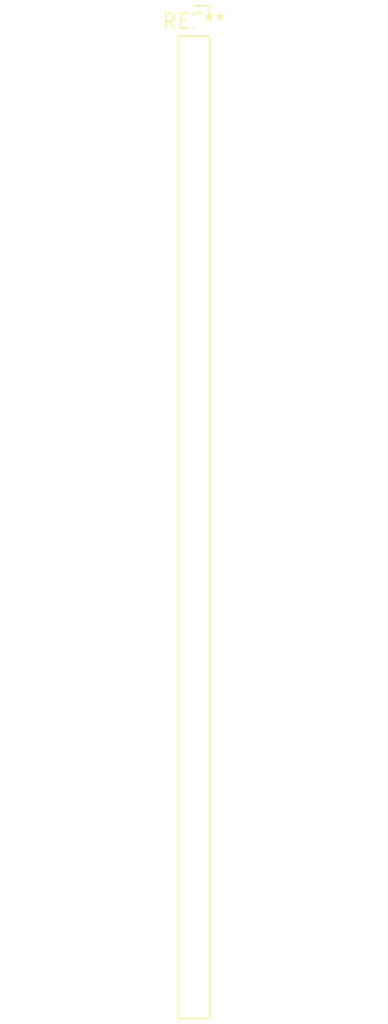
<source format=kicad_pcb>
(kicad_pcb (version 20240108) (generator pcbnew)
  (layers (0 "F.Cu" signal) (31 "B.Cu" signal) (34 "B.Paste" user) (35 "F.Paste" user) (36 "B.SilkS" user "B.Silkscreen") (37 "F.SilkS" user "F.Silkscreen") (38 "B.Mask" user) (39 "F.Mask" user) (44 "Edge.Cuts" user))
  (net 0 "")
  (footprint "PinSocket_1x34_P2.54mm_Vertical" (layer "F.Cu") (at 0 0)
    (property "Reference" "REF**")
    (property "Value" "PinSocket_1x34_P2.54mm_Vertical")
    (fp_line (start -1.33 1.27) (end -1.33 85.15) (layer "F.SilkS") (stroke (width 0.12)))
    (fp_line (start -1.33 1.27) (end 1.33 1.27) (layer "F.SilkS") (stroke (width 0.12)))
    (fp_line (start -1.33 85.15) (end 1.33 85.15) (layer "F.SilkS") (stroke (width 0.12)))
    (fp_line (start 0 -1.33) (end 1.33 -1.33) (layer "F.SilkS") (stroke (width 0.12)))
    (fp_line (start 1.33 -1.33) (end 1.33 0) (layer "F.SilkS") (stroke (width 0.12)))
    (fp_line (start 1.33 1.27) (end 1.33 85.15) (layer "F.SilkS") (stroke (width 0.12)))
    (pad "1" thru_hole rect (at 0 0) (size 1.7 1.7) (drill 1) (layers *.Cu *.Mask) (remove_unused_layers))
    (pad "2" thru_hole oval (at 0 2.54) (size 1.7 1.7) (drill 1) (layers *.Cu *.Mask) (remove_unused_layers))
    (pad "3" thru_hole oval (at 0 5.08) (size 1.7 1.7) (drill 1) (layers *.Cu *.Mask) (remove_unused_layers))
    (pad "4" thru_hole oval (at 0 7.62) (size 1.7 1.7) (drill 1) (layers *.Cu *.Mask) (remove_unused_layers))
    (pad "5" thru_hole oval (at 0 10.16) (size 1.7 1.7) (drill 1) (layers *.Cu *.Mask) (remove_unused_layers))
    (pad "6" thru_hole oval (at 0 12.7) (size 1.7 1.7) (drill 1) (layers *.Cu *.Mask) (remove_unused_layers))
    (pad "7" thru_hole oval (at 0 15.24) (size 1.7 1.7) (drill 1) (layers *.Cu *.Mask) (remove_unused_layers))
    (pad "8" thru_hole oval (at 0 17.78) (size 1.7 1.7) (drill 1) (layers *.Cu *.Mask) (remove_unused_layers))
    (pad "9" thru_hole oval (at 0 20.32) (size 1.7 1.7) (drill 1) (layers *.Cu *.Mask) (remove_unused_layers))
    (pad "10" thru_hole oval (at 0 22.86) (size 1.7 1.7) (drill 1) (layers *.Cu *.Mask) (remove_unused_layers))
    (pad "11" thru_hole oval (at 0 25.4) (size 1.7 1.7) (drill 1) (layers *.Cu *.Mask) (remove_unused_layers))
    (pad "12" thru_hole oval (at 0 27.94) (size 1.7 1.7) (drill 1) (layers *.Cu *.Mask) (remove_unused_layers))
    (pad "13" thru_hole oval (at 0 30.48) (size 1.7 1.7) (drill 1) (layers *.Cu *.Mask) (remove_unused_layers))
    (pad "14" thru_hole oval (at 0 33.02) (size 1.7 1.7) (drill 1) (layers *.Cu *.Mask) (remove_unused_layers))
    (pad "15" thru_hole oval (at 0 35.56) (size 1.7 1.7) (drill 1) (layers *.Cu *.Mask) (remove_unused_layers))
    (pad "16" thru_hole oval (at 0 38.1) (size 1.7 1.7) (drill 1) (layers *.Cu *.Mask) (remove_unused_layers))
    (pad "17" thru_hole oval (at 0 40.64) (size 1.7 1.7) (drill 1) (layers *.Cu *.Mask) (remove_unused_layers))
    (pad "18" thru_hole oval (at 0 43.18) (size 1.7 1.7) (drill 1) (layers *.Cu *.Mask) (remove_unused_layers))
    (pad "19" thru_hole oval (at 0 45.72) (size 1.7 1.7) (drill 1) (layers *.Cu *.Mask) (remove_unused_layers))
    (pad "20" thru_hole oval (at 0 48.26) (size 1.7 1.7) (drill 1) (layers *.Cu *.Mask) (remove_unused_layers))
    (pad "21" thru_hole oval (at 0 50.8) (size 1.7 1.7) (drill 1) (layers *.Cu *.Mask) (remove_unused_layers))
    (pad "22" thru_hole oval (at 0 53.34) (size 1.7 1.7) (drill 1) (layers *.Cu *.Mask) (remove_unused_layers))
    (pad "23" thru_hole oval (at 0 55.88) (size 1.7 1.7) (drill 1) (layers *.Cu *.Mask) (remove_unused_layers))
    (pad "24" thru_hole oval (at 0 58.42) (size 1.7 1.7) (drill 1) (layers *.Cu *.Mask) (remove_unused_layers))
    (pad "25" thru_hole oval (at 0 60.96) (size 1.7 1.7) (drill 1) (layers *.Cu *.Mask) (remove_unused_layers))
    (pad "26" thru_hole oval (at 0 63.5) (size 1.7 1.7) (drill 1) (layers *.Cu *.Mask) (remove_unused_layers))
    (pad "27" thru_hole oval (at 0 66.04) (size 1.7 1.7) (drill 1) (layers *.Cu *.Mask) (remove_unused_layers))
    (pad "28" thru_hole oval (at 0 68.58) (size 1.7 1.7) (drill 1) (layers *.Cu *.Mask) (remove_unused_layers))
    (pad "29" thru_hole oval (at 0 71.12) (size 1.7 1.7) (drill 1) (layers *.Cu *.Mask) (remove_unused_layers))
    (pad "30" thru_hole oval (at 0 73.66) (size 1.7 1.7) (drill 1) (layers *.Cu *.Mask) (remove_unused_layers))
    (pad "31" thru_hole oval (at 0 76.2) (size 1.7 1.7) (drill 1) (layers *.Cu *.Mask) (remove_unused_layers))
    (pad "32" thru_hole oval (at 0 78.74) (size 1.7 1.7) (drill 1) (layers *.Cu *.Mask) (remove_unused_layers))
    (pad "33" thru_hole oval (at 0 81.28) (size 1.7 1.7) (drill 1) (layers *.Cu *.Mask) (remove_unused_layers))
    (pad "34" thru_hole oval (at 0 83.82) (size 1.7 1.7) (drill 1) (layers *.Cu *.Mask) (remove_unused_layers))
  )
)
</source>
